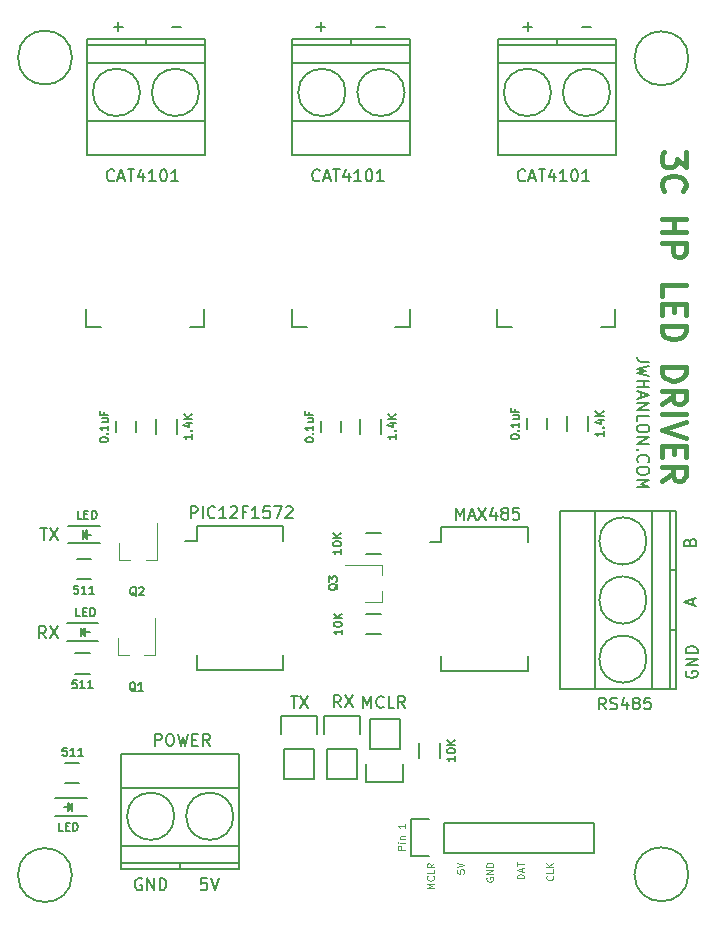
<source format=gbr>
G04 #@! TF.FileFunction,Legend,Top*
%FSLAX46Y46*%
G04 Gerber Fmt 4.6, Leading zero omitted, Abs format (unit mm)*
G04 Created by KiCad (PCBNEW 4.0.6) date Sunday, 24 September 2017 'AMt' 11:09:54*
%MOMM*%
%LPD*%
G01*
G04 APERTURE LIST*
%ADD10C,0.100000*%
%ADD11C,0.180000*%
%ADD12C,0.175000*%
%ADD13C,0.400000*%
%ADD14C,0.150000*%
%ADD15C,0.120000*%
G04 APERTURE END LIST*
D10*
D11*
X140489276Y-89504781D02*
X140489276Y-88504781D01*
X140870229Y-88504781D01*
X140965467Y-88552400D01*
X141013086Y-88600019D01*
X141060705Y-88695257D01*
X141060705Y-88838114D01*
X141013086Y-88933352D01*
X140965467Y-88980971D01*
X140870229Y-89028590D01*
X140489276Y-89028590D01*
X141679752Y-88504781D02*
X141870229Y-88504781D01*
X141965467Y-88552400D01*
X142060705Y-88647638D01*
X142108324Y-88838114D01*
X142108324Y-89171448D01*
X142060705Y-89361924D01*
X141965467Y-89457162D01*
X141870229Y-89504781D01*
X141679752Y-89504781D01*
X141584514Y-89457162D01*
X141489276Y-89361924D01*
X141441657Y-89171448D01*
X141441657Y-88838114D01*
X141489276Y-88647638D01*
X141584514Y-88552400D01*
X141679752Y-88504781D01*
X142441657Y-88504781D02*
X142679752Y-89504781D01*
X142870229Y-88790495D01*
X143060705Y-89504781D01*
X143298800Y-88504781D01*
X143679752Y-88980971D02*
X144013086Y-88980971D01*
X144155943Y-89504781D02*
X143679752Y-89504781D01*
X143679752Y-88504781D01*
X144155943Y-88504781D01*
X145155943Y-89504781D02*
X144822609Y-89028590D01*
X144584514Y-89504781D02*
X144584514Y-88504781D01*
X144965467Y-88504781D01*
X145060705Y-88552400D01*
X145108324Y-88600019D01*
X145155943Y-88695257D01*
X145155943Y-88838114D01*
X145108324Y-88933352D01*
X145060705Y-88980971D01*
X144965467Y-89028590D01*
X144584514Y-89028590D01*
D12*
X182348119Y-56976025D02*
X181633833Y-56976025D01*
X181490976Y-56928405D01*
X181395738Y-56833167D01*
X181348119Y-56690310D01*
X181348119Y-56595072D01*
X182348119Y-57356977D02*
X181348119Y-57595072D01*
X182062405Y-57785549D01*
X181348119Y-57976025D01*
X182348119Y-58214120D01*
X181348119Y-58595072D02*
X182348119Y-58595072D01*
X181871929Y-58595072D02*
X181871929Y-59166501D01*
X181348119Y-59166501D02*
X182348119Y-59166501D01*
X181633833Y-59595072D02*
X181633833Y-60071263D01*
X181348119Y-59499834D02*
X182348119Y-59833167D01*
X181348119Y-60166501D01*
X181348119Y-60499834D02*
X182348119Y-60499834D01*
X181348119Y-61071263D01*
X182348119Y-61071263D01*
X181348119Y-62023644D02*
X181348119Y-61547453D01*
X182348119Y-61547453D01*
X182348119Y-62547453D02*
X182348119Y-62737930D01*
X182300500Y-62833168D01*
X182205262Y-62928406D01*
X182014786Y-62976025D01*
X181681452Y-62976025D01*
X181490976Y-62928406D01*
X181395738Y-62833168D01*
X181348119Y-62737930D01*
X181348119Y-62547453D01*
X181395738Y-62452215D01*
X181490976Y-62356977D01*
X181681452Y-62309358D01*
X182014786Y-62309358D01*
X182205262Y-62356977D01*
X182300500Y-62452215D01*
X182348119Y-62547453D01*
X181348119Y-63404596D02*
X182348119Y-63404596D01*
X181348119Y-63976025D01*
X182348119Y-63976025D01*
X181443357Y-64452215D02*
X181395738Y-64499834D01*
X181348119Y-64452215D01*
X181395738Y-64404596D01*
X181443357Y-64452215D01*
X181348119Y-64452215D01*
X181443357Y-65499834D02*
X181395738Y-65452215D01*
X181348119Y-65309358D01*
X181348119Y-65214120D01*
X181395738Y-65071262D01*
X181490976Y-64976024D01*
X181586214Y-64928405D01*
X181776690Y-64880786D01*
X181919548Y-64880786D01*
X182110024Y-64928405D01*
X182205262Y-64976024D01*
X182300500Y-65071262D01*
X182348119Y-65214120D01*
X182348119Y-65309358D01*
X182300500Y-65452215D01*
X182252881Y-65499834D01*
X182348119Y-66118881D02*
X182348119Y-66309358D01*
X182300500Y-66404596D01*
X182205262Y-66499834D01*
X182014786Y-66547453D01*
X181681452Y-66547453D01*
X181490976Y-66499834D01*
X181395738Y-66404596D01*
X181348119Y-66309358D01*
X181348119Y-66118881D01*
X181395738Y-66023643D01*
X181490976Y-65928405D01*
X181681452Y-65880786D01*
X182014786Y-65880786D01*
X182205262Y-65928405D01*
X182300500Y-66023643D01*
X182348119Y-66118881D01*
X181348119Y-66976024D02*
X182348119Y-66976024D01*
X181633833Y-67309358D01*
X182348119Y-67642691D01*
X181348119Y-67642691D01*
D13*
X185435738Y-39260618D02*
X185435738Y-40498714D01*
X184673833Y-39832047D01*
X184673833Y-40117761D01*
X184578595Y-40308237D01*
X184483357Y-40403475D01*
X184292881Y-40498714D01*
X183816690Y-40498714D01*
X183626214Y-40403475D01*
X183530976Y-40308237D01*
X183435738Y-40117761D01*
X183435738Y-39546333D01*
X183530976Y-39355856D01*
X183626214Y-39260618D01*
X183626214Y-42498714D02*
X183530976Y-42403476D01*
X183435738Y-42117761D01*
X183435738Y-41927285D01*
X183530976Y-41641571D01*
X183721452Y-41451095D01*
X183911929Y-41355856D01*
X184292881Y-41260618D01*
X184578595Y-41260618D01*
X184959548Y-41355856D01*
X185150024Y-41451095D01*
X185340500Y-41641571D01*
X185435738Y-41927285D01*
X185435738Y-42117761D01*
X185340500Y-42403476D01*
X185245262Y-42498714D01*
X183435738Y-44879666D02*
X185435738Y-44879666D01*
X184483357Y-44879666D02*
X184483357Y-46022524D01*
X183435738Y-46022524D02*
X185435738Y-46022524D01*
X183435738Y-46974904D02*
X185435738Y-46974904D01*
X185435738Y-47736809D01*
X185340500Y-47927285D01*
X185245262Y-48022524D01*
X185054786Y-48117762D01*
X184769071Y-48117762D01*
X184578595Y-48022524D01*
X184483357Y-47927285D01*
X184388119Y-47736809D01*
X184388119Y-46974904D01*
X183435738Y-51451095D02*
X183435738Y-50498714D01*
X185435738Y-50498714D01*
X184483357Y-52117762D02*
X184483357Y-52784429D01*
X183435738Y-53070143D02*
X183435738Y-52117762D01*
X185435738Y-52117762D01*
X185435738Y-53070143D01*
X183435738Y-53927286D02*
X185435738Y-53927286D01*
X185435738Y-54403477D01*
X185340500Y-54689191D01*
X185150024Y-54879667D01*
X184959548Y-54974906D01*
X184578595Y-55070144D01*
X184292881Y-55070144D01*
X183911929Y-54974906D01*
X183721452Y-54879667D01*
X183530976Y-54689191D01*
X183435738Y-54403477D01*
X183435738Y-53927286D01*
X183435738Y-57451096D02*
X185435738Y-57451096D01*
X185435738Y-57927287D01*
X185340500Y-58213001D01*
X185150024Y-58403477D01*
X184959548Y-58498716D01*
X184578595Y-58593954D01*
X184292881Y-58593954D01*
X183911929Y-58498716D01*
X183721452Y-58403477D01*
X183530976Y-58213001D01*
X183435738Y-57927287D01*
X183435738Y-57451096D01*
X183435738Y-60593954D02*
X184388119Y-59927287D01*
X183435738Y-59451096D02*
X185435738Y-59451096D01*
X185435738Y-60213001D01*
X185340500Y-60403477D01*
X185245262Y-60498716D01*
X185054786Y-60593954D01*
X184769071Y-60593954D01*
X184578595Y-60498716D01*
X184483357Y-60403477D01*
X184388119Y-60213001D01*
X184388119Y-59451096D01*
X183435738Y-61451096D02*
X185435738Y-61451096D01*
X185435738Y-62117763D02*
X183435738Y-62784430D01*
X185435738Y-63451097D01*
X184483357Y-64117763D02*
X184483357Y-64784430D01*
X183435738Y-65070144D02*
X183435738Y-64117763D01*
X185435738Y-64117763D01*
X185435738Y-65070144D01*
X183435738Y-67070145D02*
X184388119Y-66403478D01*
X183435738Y-65927287D02*
X185435738Y-65927287D01*
X185435738Y-66689192D01*
X185340500Y-66879668D01*
X185245262Y-66974907D01*
X185054786Y-67070145D01*
X184769071Y-67070145D01*
X184578595Y-66974907D01*
X184483357Y-66879668D01*
X184388119Y-66689192D01*
X184388119Y-65927287D01*
D11*
X130810095Y-71080381D02*
X131381524Y-71080381D01*
X131095809Y-72080381D02*
X131095809Y-71080381D01*
X131619619Y-71080381D02*
X132286286Y-72080381D01*
X132286286Y-71080381D02*
X131619619Y-72080381D01*
X131278334Y-80398881D02*
X130945000Y-79922690D01*
X130706905Y-80398881D02*
X130706905Y-79398881D01*
X131087858Y-79398881D01*
X131183096Y-79446500D01*
X131230715Y-79494119D01*
X131278334Y-79589357D01*
X131278334Y-79732214D01*
X131230715Y-79827452D01*
X131183096Y-79875071D01*
X131087858Y-79922690D01*
X130706905Y-79922690D01*
X131611667Y-79398881D02*
X132278334Y-80398881D01*
X132278334Y-79398881D02*
X131611667Y-80398881D01*
X143542286Y-70238881D02*
X143542286Y-69238881D01*
X143923239Y-69238881D01*
X144018477Y-69286500D01*
X144066096Y-69334119D01*
X144113715Y-69429357D01*
X144113715Y-69572214D01*
X144066096Y-69667452D01*
X144018477Y-69715071D01*
X143923239Y-69762690D01*
X143542286Y-69762690D01*
X144542286Y-70238881D02*
X144542286Y-69238881D01*
X145589905Y-70143643D02*
X145542286Y-70191262D01*
X145399429Y-70238881D01*
X145304191Y-70238881D01*
X145161333Y-70191262D01*
X145066095Y-70096024D01*
X145018476Y-70000786D01*
X144970857Y-69810310D01*
X144970857Y-69667452D01*
X145018476Y-69476976D01*
X145066095Y-69381738D01*
X145161333Y-69286500D01*
X145304191Y-69238881D01*
X145399429Y-69238881D01*
X145542286Y-69286500D01*
X145589905Y-69334119D01*
X146542286Y-70238881D02*
X145970857Y-70238881D01*
X146256571Y-70238881D02*
X146256571Y-69238881D01*
X146161333Y-69381738D01*
X146066095Y-69476976D01*
X145970857Y-69524595D01*
X146923238Y-69334119D02*
X146970857Y-69286500D01*
X147066095Y-69238881D01*
X147304191Y-69238881D01*
X147399429Y-69286500D01*
X147447048Y-69334119D01*
X147494667Y-69429357D01*
X147494667Y-69524595D01*
X147447048Y-69667452D01*
X146875619Y-70238881D01*
X147494667Y-70238881D01*
X148256572Y-69715071D02*
X147923238Y-69715071D01*
X147923238Y-70238881D02*
X147923238Y-69238881D01*
X148399429Y-69238881D01*
X149304191Y-70238881D02*
X148732762Y-70238881D01*
X149018476Y-70238881D02*
X149018476Y-69238881D01*
X148923238Y-69381738D01*
X148828000Y-69476976D01*
X148732762Y-69524595D01*
X150208953Y-69238881D02*
X149732762Y-69238881D01*
X149685143Y-69715071D01*
X149732762Y-69667452D01*
X149828000Y-69619833D01*
X150066096Y-69619833D01*
X150161334Y-69667452D01*
X150208953Y-69715071D01*
X150256572Y-69810310D01*
X150256572Y-70048405D01*
X150208953Y-70143643D01*
X150161334Y-70191262D01*
X150066096Y-70238881D01*
X149828000Y-70238881D01*
X149732762Y-70191262D01*
X149685143Y-70143643D01*
X150589905Y-69238881D02*
X151256572Y-69238881D01*
X150828000Y-70238881D01*
X151589905Y-69334119D02*
X151637524Y-69286500D01*
X151732762Y-69238881D01*
X151970858Y-69238881D01*
X152066096Y-69286500D01*
X152113715Y-69334119D01*
X152161334Y-69429357D01*
X152161334Y-69524595D01*
X152113715Y-69667452D01*
X151542286Y-70238881D01*
X152161334Y-70238881D01*
X165989333Y-70365881D02*
X165989333Y-69365881D01*
X166322667Y-70080167D01*
X166656000Y-69365881D01*
X166656000Y-70365881D01*
X167084571Y-70080167D02*
X167560762Y-70080167D01*
X166989333Y-70365881D02*
X167322666Y-69365881D01*
X167656000Y-70365881D01*
X167894095Y-69365881D02*
X168560762Y-70365881D01*
X168560762Y-69365881D02*
X167894095Y-70365881D01*
X169370286Y-69699214D02*
X169370286Y-70365881D01*
X169132190Y-69318262D02*
X168894095Y-70032548D01*
X169513143Y-70032548D01*
X170036952Y-69794452D02*
X169941714Y-69746833D01*
X169894095Y-69699214D01*
X169846476Y-69603976D01*
X169846476Y-69556357D01*
X169894095Y-69461119D01*
X169941714Y-69413500D01*
X170036952Y-69365881D01*
X170227429Y-69365881D01*
X170322667Y-69413500D01*
X170370286Y-69461119D01*
X170417905Y-69556357D01*
X170417905Y-69603976D01*
X170370286Y-69699214D01*
X170322667Y-69746833D01*
X170227429Y-69794452D01*
X170036952Y-69794452D01*
X169941714Y-69842071D01*
X169894095Y-69889690D01*
X169846476Y-69984929D01*
X169846476Y-70175405D01*
X169894095Y-70270643D01*
X169941714Y-70318262D01*
X170036952Y-70365881D01*
X170227429Y-70365881D01*
X170322667Y-70318262D01*
X170370286Y-70270643D01*
X170417905Y-70175405D01*
X170417905Y-69984929D01*
X170370286Y-69889690D01*
X170322667Y-69842071D01*
X170227429Y-69794452D01*
X171322667Y-69365881D02*
X170846476Y-69365881D01*
X170798857Y-69842071D01*
X170846476Y-69794452D01*
X170941714Y-69746833D01*
X171179810Y-69746833D01*
X171275048Y-69794452D01*
X171322667Y-69842071D01*
X171370286Y-69937310D01*
X171370286Y-70175405D01*
X171322667Y-70270643D01*
X171275048Y-70318262D01*
X171179810Y-70365881D01*
X170941714Y-70365881D01*
X170846476Y-70318262D01*
X170798857Y-70270643D01*
X178681262Y-86431381D02*
X178347928Y-85955190D01*
X178109833Y-86431381D02*
X178109833Y-85431381D01*
X178490786Y-85431381D01*
X178586024Y-85479000D01*
X178633643Y-85526619D01*
X178681262Y-85621857D01*
X178681262Y-85764714D01*
X178633643Y-85859952D01*
X178586024Y-85907571D01*
X178490786Y-85955190D01*
X178109833Y-85955190D01*
X179062214Y-86383762D02*
X179205071Y-86431381D01*
X179443167Y-86431381D01*
X179538405Y-86383762D01*
X179586024Y-86336143D01*
X179633643Y-86240905D01*
X179633643Y-86145667D01*
X179586024Y-86050429D01*
X179538405Y-86002810D01*
X179443167Y-85955190D01*
X179252690Y-85907571D01*
X179157452Y-85859952D01*
X179109833Y-85812333D01*
X179062214Y-85717095D01*
X179062214Y-85621857D01*
X179109833Y-85526619D01*
X179157452Y-85479000D01*
X179252690Y-85431381D01*
X179490786Y-85431381D01*
X179633643Y-85479000D01*
X180490786Y-85764714D02*
X180490786Y-86431381D01*
X180252690Y-85383762D02*
X180014595Y-86098048D01*
X180633643Y-86098048D01*
X181157452Y-85859952D02*
X181062214Y-85812333D01*
X181014595Y-85764714D01*
X180966976Y-85669476D01*
X180966976Y-85621857D01*
X181014595Y-85526619D01*
X181062214Y-85479000D01*
X181157452Y-85431381D01*
X181347929Y-85431381D01*
X181443167Y-85479000D01*
X181490786Y-85526619D01*
X181538405Y-85621857D01*
X181538405Y-85669476D01*
X181490786Y-85764714D01*
X181443167Y-85812333D01*
X181347929Y-85859952D01*
X181157452Y-85859952D01*
X181062214Y-85907571D01*
X181014595Y-85955190D01*
X180966976Y-86050429D01*
X180966976Y-86240905D01*
X181014595Y-86336143D01*
X181062214Y-86383762D01*
X181157452Y-86431381D01*
X181347929Y-86431381D01*
X181443167Y-86383762D01*
X181490786Y-86336143D01*
X181538405Y-86240905D01*
X181538405Y-86050429D01*
X181490786Y-85955190D01*
X181443167Y-85907571D01*
X181347929Y-85859952D01*
X182443167Y-85431381D02*
X181966976Y-85431381D01*
X181919357Y-85907571D01*
X181966976Y-85859952D01*
X182062214Y-85812333D01*
X182300310Y-85812333D01*
X182395548Y-85859952D01*
X182443167Y-85907571D01*
X182490786Y-86002810D01*
X182490786Y-86240905D01*
X182443167Y-86336143D01*
X182395548Y-86383762D01*
X182300310Y-86431381D01*
X182062214Y-86431381D01*
X181966976Y-86383762D01*
X181919357Y-86336143D01*
D10*
X161663029Y-98316914D02*
X161063029Y-98316914D01*
X161063029Y-98088342D01*
X161091600Y-98031200D01*
X161120171Y-98002628D01*
X161177314Y-97974057D01*
X161263029Y-97974057D01*
X161320171Y-98002628D01*
X161348743Y-98031200D01*
X161377314Y-98088342D01*
X161377314Y-98316914D01*
X161663029Y-97716914D02*
X161263029Y-97716914D01*
X161063029Y-97716914D02*
X161091600Y-97745485D01*
X161120171Y-97716914D01*
X161091600Y-97688342D01*
X161063029Y-97716914D01*
X161120171Y-97716914D01*
X161263029Y-97431200D02*
X161663029Y-97431200D01*
X161320171Y-97431200D02*
X161291600Y-97402628D01*
X161263029Y-97345486D01*
X161263029Y-97259771D01*
X161291600Y-97202628D01*
X161348743Y-97174057D01*
X161663029Y-97174057D01*
X161663029Y-96116914D02*
X161663029Y-96459771D01*
X161663029Y-96288343D02*
X161063029Y-96288343D01*
X161148743Y-96345486D01*
X161205886Y-96402628D01*
X161234457Y-96459771D01*
D11*
X185793071Y-72255071D02*
X185840690Y-72112214D01*
X185888310Y-72064595D01*
X185983548Y-72016976D01*
X186126405Y-72016976D01*
X186221643Y-72064595D01*
X186269262Y-72112214D01*
X186316881Y-72207452D01*
X186316881Y-72588405D01*
X185316881Y-72588405D01*
X185316881Y-72255071D01*
X185364500Y-72159833D01*
X185412119Y-72112214D01*
X185507357Y-72064595D01*
X185602595Y-72064595D01*
X185697833Y-72112214D01*
X185745452Y-72159833D01*
X185793071Y-72255071D01*
X185793071Y-72588405D01*
X186031167Y-77581095D02*
X186031167Y-77104904D01*
X186316881Y-77676333D02*
X185316881Y-77343000D01*
X186316881Y-77009666D01*
X185491500Y-83184904D02*
X185443881Y-83280142D01*
X185443881Y-83422999D01*
X185491500Y-83565857D01*
X185586738Y-83661095D01*
X185681976Y-83708714D01*
X185872452Y-83756333D01*
X186015310Y-83756333D01*
X186205786Y-83708714D01*
X186301024Y-83661095D01*
X186396262Y-83565857D01*
X186443881Y-83422999D01*
X186443881Y-83327761D01*
X186396262Y-83184904D01*
X186348643Y-83137285D01*
X186015310Y-83137285D01*
X186015310Y-83327761D01*
X186443881Y-82708714D02*
X185443881Y-82708714D01*
X186443881Y-82137285D01*
X185443881Y-82137285D01*
X186443881Y-81661095D02*
X185443881Y-81661095D01*
X185443881Y-81423000D01*
X185491500Y-81280142D01*
X185586738Y-81184904D01*
X185681976Y-81137285D01*
X185872452Y-81089666D01*
X186015310Y-81089666D01*
X186205786Y-81137285D01*
X186301024Y-81184904D01*
X186396262Y-81280142D01*
X186443881Y-81423000D01*
X186443881Y-81661095D01*
X171704048Y-28646429D02*
X172465953Y-28646429D01*
X172085001Y-29027381D02*
X172085001Y-28265476D01*
X137033048Y-28646429D02*
X137794953Y-28646429D01*
X137414001Y-29027381D02*
X137414001Y-28265476D01*
X141986048Y-28646429D02*
X142747953Y-28646429D01*
X176657048Y-28646429D02*
X177418953Y-28646429D01*
X159258048Y-28646429D02*
X160019953Y-28646429D01*
X154178048Y-28646429D02*
X154939953Y-28646429D01*
X154559001Y-29027381D02*
X154559001Y-28265476D01*
X139382596Y-100782500D02*
X139287358Y-100734881D01*
X139144501Y-100734881D01*
X139001643Y-100782500D01*
X138906405Y-100877738D01*
X138858786Y-100972976D01*
X138811167Y-101163452D01*
X138811167Y-101306310D01*
X138858786Y-101496786D01*
X138906405Y-101592024D01*
X139001643Y-101687262D01*
X139144501Y-101734881D01*
X139239739Y-101734881D01*
X139382596Y-101687262D01*
X139430215Y-101639643D01*
X139430215Y-101306310D01*
X139239739Y-101306310D01*
X139858786Y-101734881D02*
X139858786Y-100734881D01*
X140430215Y-101734881D01*
X140430215Y-100734881D01*
X140906405Y-101734881D02*
X140906405Y-100734881D01*
X141144500Y-100734881D01*
X141287358Y-100782500D01*
X141382596Y-100877738D01*
X141430215Y-100972976D01*
X141477834Y-101163452D01*
X141477834Y-101306310D01*
X141430215Y-101496786D01*
X141382596Y-101592024D01*
X141287358Y-101687262D01*
X141144500Y-101734881D01*
X140906405Y-101734881D01*
X144907024Y-100734881D02*
X144430833Y-100734881D01*
X144383214Y-101211071D01*
X144430833Y-101163452D01*
X144526071Y-101115833D01*
X144764167Y-101115833D01*
X144859405Y-101163452D01*
X144907024Y-101211071D01*
X144954643Y-101306310D01*
X144954643Y-101544405D01*
X144907024Y-101639643D01*
X144859405Y-101687262D01*
X144764167Y-101734881D01*
X144526071Y-101734881D01*
X144430833Y-101687262D01*
X144383214Y-101639643D01*
X145240357Y-100734881D02*
X145573690Y-101734881D01*
X145907024Y-100734881D01*
D10*
X164139529Y-101576057D02*
X163539529Y-101576057D01*
X163968100Y-101376057D01*
X163539529Y-101176057D01*
X164139529Y-101176057D01*
X164082386Y-100547486D02*
X164110957Y-100576057D01*
X164139529Y-100661771D01*
X164139529Y-100718914D01*
X164110957Y-100804629D01*
X164053814Y-100861771D01*
X163996671Y-100890343D01*
X163882386Y-100918914D01*
X163796671Y-100918914D01*
X163682386Y-100890343D01*
X163625243Y-100861771D01*
X163568100Y-100804629D01*
X163539529Y-100718914D01*
X163539529Y-100661771D01*
X163568100Y-100576057D01*
X163596671Y-100547486D01*
X164139529Y-100004629D02*
X164139529Y-100290343D01*
X163539529Y-100290343D01*
X164139529Y-99461772D02*
X163853814Y-99661772D01*
X164139529Y-99804629D02*
X163539529Y-99804629D01*
X163539529Y-99576057D01*
X163568100Y-99518915D01*
X163596671Y-99490343D01*
X163653814Y-99461772D01*
X163739529Y-99461772D01*
X163796671Y-99490343D01*
X163825243Y-99518915D01*
X163853814Y-99576057D01*
X163853814Y-99804629D01*
X171759529Y-100731557D02*
X171159529Y-100731557D01*
X171159529Y-100588700D01*
X171188100Y-100502985D01*
X171245243Y-100445843D01*
X171302386Y-100417271D01*
X171416671Y-100388700D01*
X171502386Y-100388700D01*
X171616671Y-100417271D01*
X171673814Y-100445843D01*
X171730957Y-100502985D01*
X171759529Y-100588700D01*
X171759529Y-100731557D01*
X171588100Y-100160128D02*
X171588100Y-99874414D01*
X171759529Y-100217271D02*
X171159529Y-100017271D01*
X171759529Y-99817271D01*
X171159529Y-99702985D02*
X171159529Y-99360128D01*
X171759529Y-99531557D02*
X171159529Y-99531557D01*
X174178886Y-100509343D02*
X174207457Y-100537914D01*
X174236029Y-100623628D01*
X174236029Y-100680771D01*
X174207457Y-100766486D01*
X174150314Y-100823628D01*
X174093171Y-100852200D01*
X173978886Y-100880771D01*
X173893171Y-100880771D01*
X173778886Y-100852200D01*
X173721743Y-100823628D01*
X173664600Y-100766486D01*
X173636029Y-100680771D01*
X173636029Y-100623628D01*
X173664600Y-100537914D01*
X173693171Y-100509343D01*
X174236029Y-99966486D02*
X174236029Y-100252200D01*
X173636029Y-100252200D01*
X174236029Y-99766486D02*
X173636029Y-99766486D01*
X174236029Y-99423629D02*
X173893171Y-99680772D01*
X173636029Y-99423629D02*
X173978886Y-99766486D01*
X168584600Y-100672842D02*
X168556029Y-100729985D01*
X168556029Y-100815699D01*
X168584600Y-100901414D01*
X168641743Y-100958556D01*
X168698886Y-100987128D01*
X168813171Y-101015699D01*
X168898886Y-101015699D01*
X169013171Y-100987128D01*
X169070314Y-100958556D01*
X169127457Y-100901414D01*
X169156029Y-100815699D01*
X169156029Y-100758556D01*
X169127457Y-100672842D01*
X169098886Y-100644271D01*
X168898886Y-100644271D01*
X168898886Y-100758556D01*
X169156029Y-100387128D02*
X168556029Y-100387128D01*
X169156029Y-100044271D01*
X168556029Y-100044271D01*
X169156029Y-99758557D02*
X168556029Y-99758557D01*
X168556029Y-99615700D01*
X168584600Y-99529985D01*
X168641743Y-99472843D01*
X168698886Y-99444271D01*
X168813171Y-99415700D01*
X168898886Y-99415700D01*
X169013171Y-99444271D01*
X169070314Y-99472843D01*
X169127457Y-99529985D01*
X169156029Y-99615700D01*
X169156029Y-99758557D01*
X166079529Y-100012486D02*
X166079529Y-100298200D01*
X166365243Y-100326771D01*
X166336671Y-100298200D01*
X166308100Y-100241057D01*
X166308100Y-100098200D01*
X166336671Y-100041057D01*
X166365243Y-100012486D01*
X166422386Y-99983914D01*
X166565243Y-99983914D01*
X166622386Y-100012486D01*
X166650957Y-100041057D01*
X166679529Y-100098200D01*
X166679529Y-100241057D01*
X166650957Y-100298200D01*
X166622386Y-100326771D01*
X166079529Y-99812485D02*
X166679529Y-99612485D01*
X166079529Y-99412485D01*
D14*
X133477000Y-31242000D02*
G75*
G03X133477000Y-31242000I-2286000J0D01*
G01*
X185674000Y-31305500D02*
G75*
G03X185674000Y-31305500I-2286000J0D01*
G01*
X133477000Y-100457000D02*
G75*
G03X133477000Y-100457000I-2286000J0D01*
G01*
X174538000Y-30190000D02*
X174538000Y-29690000D01*
X174038000Y-34190000D02*
G75*
G03X174038000Y-34190000I-2000000J0D01*
G01*
X179038000Y-34190000D02*
G75*
G03X179038000Y-34190000I-2000000J0D01*
G01*
X179538000Y-31690000D02*
X169538000Y-31690000D01*
X179538000Y-36590000D02*
X169538000Y-36590000D01*
X179538000Y-30190000D02*
X169538000Y-30190000D01*
X179538000Y-29690000D02*
X169538000Y-29690000D01*
X169538000Y-29690000D02*
X169538000Y-39490000D01*
X169538000Y-39490000D02*
X179538000Y-39490000D01*
X179538000Y-39490000D02*
X179538000Y-29690000D01*
X165011100Y-96024700D02*
X177711100Y-96024700D01*
X177711100Y-96024700D02*
X177711100Y-98564700D01*
X177711100Y-98564700D02*
X165011100Y-98564700D01*
X162191100Y-95744700D02*
X163741100Y-95744700D01*
X165011100Y-96024700D02*
X165011100Y-98564700D01*
X163741100Y-98844700D02*
X162191100Y-98844700D01*
X162191100Y-98844700D02*
X162191100Y-95744700D01*
X157139000Y-30190000D02*
X157139000Y-29690000D01*
X156639000Y-34190000D02*
G75*
G03X156639000Y-34190000I-2000000J0D01*
G01*
X161639000Y-34190000D02*
G75*
G03X161639000Y-34190000I-2000000J0D01*
G01*
X162139000Y-31690000D02*
X152139000Y-31690000D01*
X162139000Y-36590000D02*
X152139000Y-36590000D01*
X162139000Y-30190000D02*
X152139000Y-30190000D01*
X162139000Y-29690000D02*
X152139000Y-29690000D01*
X152139000Y-29690000D02*
X152139000Y-39490000D01*
X152139000Y-39490000D02*
X162139000Y-39490000D01*
X162139000Y-39490000D02*
X162139000Y-29690000D01*
X139740000Y-30190000D02*
X139740000Y-29690000D01*
X139240000Y-34190000D02*
G75*
G03X139240000Y-34190000I-2000000J0D01*
G01*
X144240000Y-34190000D02*
G75*
G03X144240000Y-34190000I-2000000J0D01*
G01*
X144740000Y-31690000D02*
X134740000Y-31690000D01*
X144740000Y-36590000D02*
X134740000Y-36590000D01*
X144740000Y-30190000D02*
X134740000Y-30190000D01*
X144740000Y-29690000D02*
X134740000Y-29690000D01*
X134740000Y-29690000D02*
X134740000Y-39490000D01*
X134740000Y-39490000D02*
X144740000Y-39490000D01*
X144740000Y-39490000D02*
X144740000Y-29690000D01*
X142644500Y-99477000D02*
X142644500Y-99977000D01*
X147144500Y-95477000D02*
G75*
G03X147144500Y-95477000I-2000000J0D01*
G01*
X142144500Y-95477000D02*
G75*
G03X142144500Y-95477000I-2000000J0D01*
G01*
X137644500Y-97977000D02*
X147644500Y-97977000D01*
X137644500Y-93077000D02*
X147644500Y-93077000D01*
X137644500Y-99477000D02*
X147644500Y-99477000D01*
X137644500Y-99977000D02*
X147644500Y-99977000D01*
X147644500Y-99977000D02*
X147644500Y-90177000D01*
X147644500Y-90177000D02*
X137644500Y-90177000D01*
X137644500Y-90177000D02*
X137644500Y-99977000D01*
X144026000Y-70920500D02*
X144026000Y-72190500D01*
X151376000Y-70920500D02*
X151376000Y-72190500D01*
X151376000Y-83130500D02*
X151376000Y-81860500D01*
X144026000Y-83130500D02*
X144026000Y-81860500D01*
X144026000Y-70920500D02*
X151376000Y-70920500D01*
X144026000Y-83130500D02*
X151376000Y-83130500D01*
X144026000Y-72190500D02*
X143091000Y-72190500D01*
X164727000Y-70984000D02*
X164727000Y-72254000D01*
X172077000Y-70984000D02*
X172077000Y-72254000D01*
X172077000Y-83194000D02*
X172077000Y-81924000D01*
X164727000Y-83194000D02*
X164727000Y-81924000D01*
X164727000Y-70984000D02*
X172077000Y-70984000D01*
X164727000Y-83194000D02*
X172077000Y-83194000D01*
X164727000Y-72254000D02*
X163792000Y-72254000D01*
X154598000Y-61984000D02*
X154598000Y-62984000D01*
X156298000Y-62984000D02*
X156298000Y-61984000D01*
X171997000Y-61730000D02*
X171997000Y-62730000D01*
X173697000Y-62730000D02*
X173697000Y-61730000D01*
X137199000Y-61984000D02*
X137199000Y-62984000D01*
X138899000Y-62984000D02*
X138899000Y-61984000D01*
X175401000Y-62830000D02*
X175401000Y-61630000D01*
X177151000Y-61630000D02*
X177151000Y-62830000D01*
X157875000Y-63084000D02*
X157875000Y-61884000D01*
X159625000Y-61884000D02*
X159625000Y-63084000D01*
X140603000Y-63084000D02*
X140603000Y-61884000D01*
X142353000Y-61884000D02*
X142353000Y-63084000D01*
X185674000Y-100393500D02*
G75*
G03X185674000Y-100393500I-2286000J0D01*
G01*
X133147000Y-72378000D02*
X135847000Y-72378000D01*
X133147000Y-70878000D02*
X135847000Y-70878000D01*
X134647000Y-71778000D02*
X134647000Y-71528000D01*
X134647000Y-71528000D02*
X134497000Y-71678000D01*
X134397000Y-71278000D02*
X134397000Y-71978000D01*
X134747000Y-71628000D02*
X135097000Y-71628000D01*
X134397000Y-71628000D02*
X134747000Y-71278000D01*
X134747000Y-71278000D02*
X134747000Y-71978000D01*
X134747000Y-71978000D02*
X134397000Y-71628000D01*
D15*
X137358000Y-81849500D02*
X138288000Y-81849500D01*
X140518000Y-81849500D02*
X139588000Y-81849500D01*
X140518000Y-81849500D02*
X140518000Y-78689500D01*
X137358000Y-81849500D02*
X137358000Y-80389500D01*
X137485000Y-73785000D02*
X138415000Y-73785000D01*
X140645000Y-73785000D02*
X139715000Y-73785000D01*
X140645000Y-73785000D02*
X140645000Y-70625000D01*
X137485000Y-73785000D02*
X137485000Y-72325000D01*
X159764000Y-77322800D02*
X159764000Y-76392800D01*
X159764000Y-74162800D02*
X159764000Y-75092800D01*
X159764000Y-74162800D02*
X156604000Y-74162800D01*
X159764000Y-77322800D02*
X158304000Y-77322800D01*
D14*
X164641500Y-89316000D02*
X164641500Y-90516000D01*
X162891500Y-90516000D02*
X162891500Y-89316000D01*
X159604000Y-80072200D02*
X158404000Y-80072200D01*
X158404000Y-78322200D02*
X159604000Y-78322200D01*
X159604000Y-73265000D02*
X158404000Y-73265000D01*
X158404000Y-71515000D02*
X159604000Y-71515000D01*
X133766000Y-81675000D02*
X134966000Y-81675000D01*
X134966000Y-83425000D02*
X133766000Y-83425000D01*
X133893000Y-73674000D02*
X135093000Y-73674000D01*
X135093000Y-75424000D02*
X133893000Y-75424000D01*
X132877000Y-90946000D02*
X134077000Y-90946000D01*
X134077000Y-92696000D02*
X132877000Y-92696000D01*
X133020000Y-80633000D02*
X135720000Y-80633000D01*
X133020000Y-79133000D02*
X135720000Y-79133000D01*
X134520000Y-80033000D02*
X134520000Y-79783000D01*
X134520000Y-79783000D02*
X134370000Y-79933000D01*
X134270000Y-79533000D02*
X134270000Y-80233000D01*
X134620000Y-79883000D02*
X134970000Y-79883000D01*
X134270000Y-79883000D02*
X134620000Y-79533000D01*
X134620000Y-79533000D02*
X134620000Y-80233000D01*
X134620000Y-80233000D02*
X134270000Y-79883000D01*
X134759500Y-93928500D02*
X132059500Y-93928500D01*
X134759500Y-95428500D02*
X132059500Y-95428500D01*
X133259500Y-94528500D02*
X133259500Y-94778500D01*
X133259500Y-94778500D02*
X133409500Y-94628500D01*
X133509500Y-95028500D02*
X133509500Y-94328500D01*
X133159500Y-94678500D02*
X132809500Y-94678500D01*
X133509500Y-94678500D02*
X133159500Y-95028500D01*
X133159500Y-95028500D02*
X133159500Y-94328500D01*
X133159500Y-94328500D02*
X133509500Y-94678500D01*
X158686500Y-89789000D02*
X158686500Y-87249000D01*
X158406500Y-92609000D02*
X158406500Y-91059000D01*
X158686500Y-89789000D02*
X161226500Y-89789000D01*
X161506500Y-91059000D02*
X161506500Y-92609000D01*
X161506500Y-92609000D02*
X158406500Y-92609000D01*
X161226500Y-89789000D02*
X161226500Y-87249000D01*
X161226500Y-87249000D02*
X158686500Y-87249000D01*
X157607000Y-89789000D02*
X157607000Y-92329000D01*
X157887000Y-86969000D02*
X157887000Y-88519000D01*
X157607000Y-89789000D02*
X155067000Y-89789000D01*
X154787000Y-88519000D02*
X154787000Y-86969000D01*
X154787000Y-86969000D02*
X157887000Y-86969000D01*
X155067000Y-89789000D02*
X155067000Y-92329000D01*
X155067000Y-92329000D02*
X157607000Y-92329000D01*
X153987500Y-89789000D02*
X153987500Y-92329000D01*
X154267500Y-86969000D02*
X154267500Y-88519000D01*
X153987500Y-89789000D02*
X151447500Y-89789000D01*
X151167500Y-88519000D02*
X151167500Y-86969000D01*
X151167500Y-86969000D02*
X154267500Y-86969000D01*
X151447500Y-89789000D02*
X151447500Y-92329000D01*
X151447500Y-92329000D02*
X153987500Y-92329000D01*
X179498000Y-54015000D02*
X178248000Y-54015000D01*
X179498000Y-54015000D02*
X179498000Y-52515000D01*
X169498000Y-54015000D02*
X169498000Y-52515000D01*
X169498000Y-54015000D02*
X170748000Y-54015000D01*
X162099000Y-54015000D02*
X160849000Y-54015000D01*
X162099000Y-54015000D02*
X162099000Y-52515000D01*
X152099000Y-54015000D02*
X152099000Y-52515000D01*
X152099000Y-54015000D02*
X153349000Y-54015000D01*
X144700000Y-54015000D02*
X143450000Y-54015000D01*
X144700000Y-54015000D02*
X144700000Y-52515000D01*
X134700000Y-54015000D02*
X134700000Y-52515000D01*
X134700000Y-54015000D02*
X135950000Y-54015000D01*
X182122500Y-72169000D02*
G75*
G03X182122500Y-72169000I-2000000J0D01*
G01*
X184122500Y-74669000D02*
X184622500Y-74669000D01*
X184122500Y-79669000D02*
X184622500Y-79669000D01*
X182122500Y-77169000D02*
G75*
G03X182122500Y-77169000I-2000000J0D01*
G01*
X182122500Y-82169000D02*
G75*
G03X182122500Y-82169000I-2000000J0D01*
G01*
X182622500Y-84669000D02*
X182622500Y-69669000D01*
X177722500Y-84669000D02*
X177722500Y-69669000D01*
X184122500Y-84669000D02*
X184122500Y-69669000D01*
X184622500Y-84669000D02*
X184622500Y-69669000D01*
X184622500Y-69669000D02*
X174822500Y-69669000D01*
X174822500Y-69669000D02*
X174822500Y-84669000D01*
X174822500Y-84669000D02*
X184622500Y-84669000D01*
X153223167Y-63634000D02*
X153223167Y-63567333D01*
X153256500Y-63500667D01*
X153289833Y-63467333D01*
X153356500Y-63434000D01*
X153489833Y-63400667D01*
X153656500Y-63400667D01*
X153789833Y-63434000D01*
X153856500Y-63467333D01*
X153889833Y-63500667D01*
X153923167Y-63567333D01*
X153923167Y-63634000D01*
X153889833Y-63700667D01*
X153856500Y-63734000D01*
X153789833Y-63767333D01*
X153656500Y-63800667D01*
X153489833Y-63800667D01*
X153356500Y-63767333D01*
X153289833Y-63734000D01*
X153256500Y-63700667D01*
X153223167Y-63634000D01*
X153856500Y-63100666D02*
X153889833Y-63067333D01*
X153923167Y-63100666D01*
X153889833Y-63134000D01*
X153856500Y-63100666D01*
X153923167Y-63100666D01*
X153923167Y-62400667D02*
X153923167Y-62800667D01*
X153923167Y-62600667D02*
X153223167Y-62600667D01*
X153323167Y-62667333D01*
X153389833Y-62734000D01*
X153423167Y-62800667D01*
X153456500Y-61800666D02*
X153923167Y-61800666D01*
X153456500Y-62100666D02*
X153823167Y-62100666D01*
X153889833Y-62067333D01*
X153923167Y-62000666D01*
X153923167Y-61900666D01*
X153889833Y-61834000D01*
X153856500Y-61800666D01*
X153556500Y-61234000D02*
X153556500Y-61467333D01*
X153923167Y-61467333D02*
X153223167Y-61467333D01*
X153223167Y-61134000D01*
X170622167Y-63380000D02*
X170622167Y-63313333D01*
X170655500Y-63246667D01*
X170688833Y-63213333D01*
X170755500Y-63180000D01*
X170888833Y-63146667D01*
X171055500Y-63146667D01*
X171188833Y-63180000D01*
X171255500Y-63213333D01*
X171288833Y-63246667D01*
X171322167Y-63313333D01*
X171322167Y-63380000D01*
X171288833Y-63446667D01*
X171255500Y-63480000D01*
X171188833Y-63513333D01*
X171055500Y-63546667D01*
X170888833Y-63546667D01*
X170755500Y-63513333D01*
X170688833Y-63480000D01*
X170655500Y-63446667D01*
X170622167Y-63380000D01*
X171255500Y-62846666D02*
X171288833Y-62813333D01*
X171322167Y-62846666D01*
X171288833Y-62880000D01*
X171255500Y-62846666D01*
X171322167Y-62846666D01*
X171322167Y-62146667D02*
X171322167Y-62546667D01*
X171322167Y-62346667D02*
X170622167Y-62346667D01*
X170722167Y-62413333D01*
X170788833Y-62480000D01*
X170822167Y-62546667D01*
X170855500Y-61546666D02*
X171322167Y-61546666D01*
X170855500Y-61846666D02*
X171222167Y-61846666D01*
X171288833Y-61813333D01*
X171322167Y-61746666D01*
X171322167Y-61646666D01*
X171288833Y-61580000D01*
X171255500Y-61546666D01*
X170955500Y-60980000D02*
X170955500Y-61213333D01*
X171322167Y-61213333D02*
X170622167Y-61213333D01*
X170622167Y-60880000D01*
X135824167Y-63634000D02*
X135824167Y-63567333D01*
X135857500Y-63500667D01*
X135890833Y-63467333D01*
X135957500Y-63434000D01*
X136090833Y-63400667D01*
X136257500Y-63400667D01*
X136390833Y-63434000D01*
X136457500Y-63467333D01*
X136490833Y-63500667D01*
X136524167Y-63567333D01*
X136524167Y-63634000D01*
X136490833Y-63700667D01*
X136457500Y-63734000D01*
X136390833Y-63767333D01*
X136257500Y-63800667D01*
X136090833Y-63800667D01*
X135957500Y-63767333D01*
X135890833Y-63734000D01*
X135857500Y-63700667D01*
X135824167Y-63634000D01*
X136457500Y-63100666D02*
X136490833Y-63067333D01*
X136524167Y-63100666D01*
X136490833Y-63134000D01*
X136457500Y-63100666D01*
X136524167Y-63100666D01*
X136524167Y-62400667D02*
X136524167Y-62800667D01*
X136524167Y-62600667D02*
X135824167Y-62600667D01*
X135924167Y-62667333D01*
X135990833Y-62734000D01*
X136024167Y-62800667D01*
X136057500Y-61800666D02*
X136524167Y-61800666D01*
X136057500Y-62100666D02*
X136424167Y-62100666D01*
X136490833Y-62067333D01*
X136524167Y-62000666D01*
X136524167Y-61900666D01*
X136490833Y-61834000D01*
X136457500Y-61800666D01*
X136157500Y-61234000D02*
X136157500Y-61467333D01*
X136524167Y-61467333D02*
X135824167Y-61467333D01*
X135824167Y-61134000D01*
X178497667Y-62880000D02*
X178497667Y-63280000D01*
X178497667Y-63080000D02*
X177797667Y-63080000D01*
X177897667Y-63146666D01*
X177964333Y-63213333D01*
X177997667Y-63280000D01*
X178431000Y-62579999D02*
X178464333Y-62546666D01*
X178497667Y-62579999D01*
X178464333Y-62613333D01*
X178431000Y-62579999D01*
X178497667Y-62579999D01*
X178031000Y-61946666D02*
X178497667Y-61946666D01*
X177764333Y-62113333D02*
X178264333Y-62280000D01*
X178264333Y-61846666D01*
X178497667Y-61579999D02*
X177797667Y-61579999D01*
X178497667Y-61179999D02*
X178097667Y-61479999D01*
X177797667Y-61179999D02*
X178197667Y-61579999D01*
X160908167Y-63134000D02*
X160908167Y-63534000D01*
X160908167Y-63334000D02*
X160208167Y-63334000D01*
X160308167Y-63400666D01*
X160374833Y-63467333D01*
X160408167Y-63534000D01*
X160841500Y-62833999D02*
X160874833Y-62800666D01*
X160908167Y-62833999D01*
X160874833Y-62867333D01*
X160841500Y-62833999D01*
X160908167Y-62833999D01*
X160441500Y-62200666D02*
X160908167Y-62200666D01*
X160174833Y-62367333D02*
X160674833Y-62534000D01*
X160674833Y-62100666D01*
X160908167Y-61833999D02*
X160208167Y-61833999D01*
X160908167Y-61433999D02*
X160508167Y-61733999D01*
X160208167Y-61433999D02*
X160608167Y-61833999D01*
X143636167Y-63134000D02*
X143636167Y-63534000D01*
X143636167Y-63334000D02*
X142936167Y-63334000D01*
X143036167Y-63400666D01*
X143102833Y-63467333D01*
X143136167Y-63534000D01*
X143569500Y-62833999D02*
X143602833Y-62800666D01*
X143636167Y-62833999D01*
X143602833Y-62867333D01*
X143569500Y-62833999D01*
X143636167Y-62833999D01*
X143169500Y-62200666D02*
X143636167Y-62200666D01*
X142902833Y-62367333D02*
X143402833Y-62534000D01*
X143402833Y-62100666D01*
X143636167Y-61833999D02*
X142936167Y-61833999D01*
X143636167Y-61433999D02*
X143236167Y-61733999D01*
X142936167Y-61433999D02*
X143336167Y-61833999D01*
X134297000Y-70293667D02*
X133963667Y-70293667D01*
X133963667Y-69593667D01*
X134530334Y-69927000D02*
X134763667Y-69927000D01*
X134863667Y-70293667D02*
X134530334Y-70293667D01*
X134530334Y-69593667D01*
X134863667Y-69593667D01*
X135163667Y-70293667D02*
X135163667Y-69593667D01*
X135330333Y-69593667D01*
X135430333Y-69627000D01*
X135497000Y-69693667D01*
X135530333Y-69760333D01*
X135563667Y-69893667D01*
X135563667Y-69993667D01*
X135530333Y-70127000D01*
X135497000Y-70193667D01*
X135430333Y-70260333D01*
X135330333Y-70293667D01*
X135163667Y-70293667D01*
X138871333Y-84901833D02*
X138804667Y-84868500D01*
X138738000Y-84801833D01*
X138638000Y-84701833D01*
X138571333Y-84668500D01*
X138504667Y-84668500D01*
X138538000Y-84835167D02*
X138471333Y-84801833D01*
X138404667Y-84735167D01*
X138371333Y-84601833D01*
X138371333Y-84368500D01*
X138404667Y-84235167D01*
X138471333Y-84168500D01*
X138538000Y-84135167D01*
X138671333Y-84135167D01*
X138738000Y-84168500D01*
X138804667Y-84235167D01*
X138838000Y-84368500D01*
X138838000Y-84601833D01*
X138804667Y-84735167D01*
X138738000Y-84801833D01*
X138671333Y-84835167D01*
X138538000Y-84835167D01*
X139504666Y-84835167D02*
X139104666Y-84835167D01*
X139304666Y-84835167D02*
X139304666Y-84135167D01*
X139238000Y-84235167D01*
X139171333Y-84301833D01*
X139104666Y-84335167D01*
X138934833Y-76837333D02*
X138868167Y-76804000D01*
X138801500Y-76737333D01*
X138701500Y-76637333D01*
X138634833Y-76604000D01*
X138568167Y-76604000D01*
X138601500Y-76770667D02*
X138534833Y-76737333D01*
X138468167Y-76670667D01*
X138434833Y-76537333D01*
X138434833Y-76304000D01*
X138468167Y-76170667D01*
X138534833Y-76104000D01*
X138601500Y-76070667D01*
X138734833Y-76070667D01*
X138801500Y-76104000D01*
X138868167Y-76170667D01*
X138901500Y-76304000D01*
X138901500Y-76537333D01*
X138868167Y-76670667D01*
X138801500Y-76737333D01*
X138734833Y-76770667D01*
X138601500Y-76770667D01*
X139168166Y-76137333D02*
X139201500Y-76104000D01*
X139268166Y-76070667D01*
X139434833Y-76070667D01*
X139501500Y-76104000D01*
X139534833Y-76137333D01*
X139568166Y-76204000D01*
X139568166Y-76270667D01*
X139534833Y-76370667D01*
X139134833Y-76770667D01*
X139568166Y-76770667D01*
X155983733Y-75809467D02*
X155950400Y-75876133D01*
X155883733Y-75942800D01*
X155783733Y-76042800D01*
X155750400Y-76109467D01*
X155750400Y-76176133D01*
X155917067Y-76142800D02*
X155883733Y-76209467D01*
X155817067Y-76276133D01*
X155683733Y-76309467D01*
X155450400Y-76309467D01*
X155317067Y-76276133D01*
X155250400Y-76209467D01*
X155217067Y-76142800D01*
X155217067Y-76009467D01*
X155250400Y-75942800D01*
X155317067Y-75876133D01*
X155450400Y-75842800D01*
X155683733Y-75842800D01*
X155817067Y-75876133D01*
X155883733Y-75942800D01*
X155917067Y-76009467D01*
X155917067Y-76142800D01*
X155217067Y-75609467D02*
X155217067Y-75176134D01*
X155483733Y-75409467D01*
X155483733Y-75309467D01*
X155517067Y-75242800D01*
X155550400Y-75209467D01*
X155617067Y-75176134D01*
X155783733Y-75176134D01*
X155850400Y-75209467D01*
X155883733Y-75242800D01*
X155917067Y-75309467D01*
X155917067Y-75509467D01*
X155883733Y-75576134D01*
X155850400Y-75609467D01*
X165924667Y-90399334D02*
X165924667Y-90799334D01*
X165924667Y-90599334D02*
X165224667Y-90599334D01*
X165324667Y-90666000D01*
X165391333Y-90732667D01*
X165424667Y-90799334D01*
X165224667Y-89966000D02*
X165224667Y-89899333D01*
X165258000Y-89832667D01*
X165291333Y-89799333D01*
X165358000Y-89766000D01*
X165491333Y-89732667D01*
X165658000Y-89732667D01*
X165791333Y-89766000D01*
X165858000Y-89799333D01*
X165891333Y-89832667D01*
X165924667Y-89899333D01*
X165924667Y-89966000D01*
X165891333Y-90032667D01*
X165858000Y-90066000D01*
X165791333Y-90099333D01*
X165658000Y-90132667D01*
X165491333Y-90132667D01*
X165358000Y-90099333D01*
X165291333Y-90066000D01*
X165258000Y-90032667D01*
X165224667Y-89966000D01*
X165924667Y-89432666D02*
X165224667Y-89432666D01*
X165924667Y-89032666D02*
X165524667Y-89332666D01*
X165224667Y-89032666D02*
X165624667Y-89432666D01*
X156336167Y-79680534D02*
X156336167Y-80080534D01*
X156336167Y-79880534D02*
X155636167Y-79880534D01*
X155736167Y-79947200D01*
X155802833Y-80013867D01*
X155836167Y-80080534D01*
X155636167Y-79247200D02*
X155636167Y-79180533D01*
X155669500Y-79113867D01*
X155702833Y-79080533D01*
X155769500Y-79047200D01*
X155902833Y-79013867D01*
X156069500Y-79013867D01*
X156202833Y-79047200D01*
X156269500Y-79080533D01*
X156302833Y-79113867D01*
X156336167Y-79180533D01*
X156336167Y-79247200D01*
X156302833Y-79313867D01*
X156269500Y-79347200D01*
X156202833Y-79380533D01*
X156069500Y-79413867D01*
X155902833Y-79413867D01*
X155769500Y-79380533D01*
X155702833Y-79347200D01*
X155669500Y-79313867D01*
X155636167Y-79247200D01*
X156336167Y-78713866D02*
X155636167Y-78713866D01*
X156336167Y-78313866D02*
X155936167Y-78613866D01*
X155636167Y-78313866D02*
X156036167Y-78713866D01*
X156272667Y-72873334D02*
X156272667Y-73273334D01*
X156272667Y-73073334D02*
X155572667Y-73073334D01*
X155672667Y-73140000D01*
X155739333Y-73206667D01*
X155772667Y-73273334D01*
X155572667Y-72440000D02*
X155572667Y-72373333D01*
X155606000Y-72306667D01*
X155639333Y-72273333D01*
X155706000Y-72240000D01*
X155839333Y-72206667D01*
X156006000Y-72206667D01*
X156139333Y-72240000D01*
X156206000Y-72273333D01*
X156239333Y-72306667D01*
X156272667Y-72373333D01*
X156272667Y-72440000D01*
X156239333Y-72506667D01*
X156206000Y-72540000D01*
X156139333Y-72573333D01*
X156006000Y-72606667D01*
X155839333Y-72606667D01*
X155706000Y-72573333D01*
X155639333Y-72540000D01*
X155606000Y-72506667D01*
X155572667Y-72440000D01*
X156272667Y-71906666D02*
X155572667Y-71906666D01*
X156272667Y-71506666D02*
X155872667Y-71806666D01*
X155572667Y-71506666D02*
X155972667Y-71906666D01*
X133866000Y-83944667D02*
X133532667Y-83944667D01*
X133499333Y-84278000D01*
X133532667Y-84244667D01*
X133599333Y-84211333D01*
X133766000Y-84211333D01*
X133832667Y-84244667D01*
X133866000Y-84278000D01*
X133899333Y-84344667D01*
X133899333Y-84511333D01*
X133866000Y-84578000D01*
X133832667Y-84611333D01*
X133766000Y-84644667D01*
X133599333Y-84644667D01*
X133532667Y-84611333D01*
X133499333Y-84578000D01*
X134566000Y-84644667D02*
X134166000Y-84644667D01*
X134366000Y-84644667D02*
X134366000Y-83944667D01*
X134299334Y-84044667D01*
X134232667Y-84111333D01*
X134166000Y-84144667D01*
X135232667Y-84644667D02*
X134832667Y-84644667D01*
X135032667Y-84644667D02*
X135032667Y-83944667D01*
X134966001Y-84044667D01*
X134899334Y-84111333D01*
X134832667Y-84144667D01*
X133993000Y-75943667D02*
X133659667Y-75943667D01*
X133626333Y-76277000D01*
X133659667Y-76243667D01*
X133726333Y-76210333D01*
X133893000Y-76210333D01*
X133959667Y-76243667D01*
X133993000Y-76277000D01*
X134026333Y-76343667D01*
X134026333Y-76510333D01*
X133993000Y-76577000D01*
X133959667Y-76610333D01*
X133893000Y-76643667D01*
X133726333Y-76643667D01*
X133659667Y-76610333D01*
X133626333Y-76577000D01*
X134693000Y-76643667D02*
X134293000Y-76643667D01*
X134493000Y-76643667D02*
X134493000Y-75943667D01*
X134426334Y-76043667D01*
X134359667Y-76110333D01*
X134293000Y-76143667D01*
X135359667Y-76643667D02*
X134959667Y-76643667D01*
X135159667Y-76643667D02*
X135159667Y-75943667D01*
X135093001Y-76043667D01*
X135026334Y-76110333D01*
X134959667Y-76143667D01*
X133040500Y-89659667D02*
X132707167Y-89659667D01*
X132673833Y-89993000D01*
X132707167Y-89959667D01*
X132773833Y-89926333D01*
X132940500Y-89926333D01*
X133007167Y-89959667D01*
X133040500Y-89993000D01*
X133073833Y-90059667D01*
X133073833Y-90226333D01*
X133040500Y-90293000D01*
X133007167Y-90326333D01*
X132940500Y-90359667D01*
X132773833Y-90359667D01*
X132707167Y-90326333D01*
X132673833Y-90293000D01*
X133740500Y-90359667D02*
X133340500Y-90359667D01*
X133540500Y-90359667D02*
X133540500Y-89659667D01*
X133473834Y-89759667D01*
X133407167Y-89826333D01*
X133340500Y-89859667D01*
X134407167Y-90359667D02*
X134007167Y-90359667D01*
X134207167Y-90359667D02*
X134207167Y-89659667D01*
X134140501Y-89759667D01*
X134073834Y-89826333D01*
X134007167Y-89859667D01*
X134170000Y-78548667D02*
X133836667Y-78548667D01*
X133836667Y-77848667D01*
X134403334Y-78182000D02*
X134636667Y-78182000D01*
X134736667Y-78548667D02*
X134403334Y-78548667D01*
X134403334Y-77848667D01*
X134736667Y-77848667D01*
X135036667Y-78548667D02*
X135036667Y-77848667D01*
X135203333Y-77848667D01*
X135303333Y-77882000D01*
X135370000Y-77948667D01*
X135403333Y-78015333D01*
X135436667Y-78148667D01*
X135436667Y-78248667D01*
X135403333Y-78382000D01*
X135370000Y-78448667D01*
X135303333Y-78515333D01*
X135203333Y-78548667D01*
X135036667Y-78548667D01*
X132709500Y-96709667D02*
X132376167Y-96709667D01*
X132376167Y-96009667D01*
X132942834Y-96343000D02*
X133176167Y-96343000D01*
X133276167Y-96709667D02*
X132942834Y-96709667D01*
X132942834Y-96009667D01*
X133276167Y-96009667D01*
X133576167Y-96709667D02*
X133576167Y-96009667D01*
X133742833Y-96009667D01*
X133842833Y-96043000D01*
X133909500Y-96109667D01*
X133942833Y-96176333D01*
X133976167Y-96309667D01*
X133976167Y-96409667D01*
X133942833Y-96543000D01*
X133909500Y-96609667D01*
X133842833Y-96676333D01*
X133742833Y-96709667D01*
X133576167Y-96709667D01*
X158154905Y-86304381D02*
X158154905Y-85304381D01*
X158488239Y-86018667D01*
X158821572Y-85304381D01*
X158821572Y-86304381D01*
X159869191Y-86209143D02*
X159821572Y-86256762D01*
X159678715Y-86304381D01*
X159583477Y-86304381D01*
X159440619Y-86256762D01*
X159345381Y-86161524D01*
X159297762Y-86066286D01*
X159250143Y-85875810D01*
X159250143Y-85732952D01*
X159297762Y-85542476D01*
X159345381Y-85447238D01*
X159440619Y-85352000D01*
X159583477Y-85304381D01*
X159678715Y-85304381D01*
X159821572Y-85352000D01*
X159869191Y-85399619D01*
X160773953Y-86304381D02*
X160297762Y-86304381D01*
X160297762Y-85304381D01*
X161678715Y-86304381D02*
X161345381Y-85828190D01*
X161107286Y-86304381D02*
X161107286Y-85304381D01*
X161488239Y-85304381D01*
X161583477Y-85352000D01*
X161631096Y-85399619D01*
X161678715Y-85494857D01*
X161678715Y-85637714D01*
X161631096Y-85732952D01*
X161583477Y-85780571D01*
X161488239Y-85828190D01*
X161107286Y-85828190D01*
X156233834Y-86240881D02*
X155900500Y-85764690D01*
X155662405Y-86240881D02*
X155662405Y-85240881D01*
X156043358Y-85240881D01*
X156138596Y-85288500D01*
X156186215Y-85336119D01*
X156233834Y-85431357D01*
X156233834Y-85574214D01*
X156186215Y-85669452D01*
X156138596Y-85717071D01*
X156043358Y-85764690D01*
X155662405Y-85764690D01*
X156567167Y-85240881D02*
X157233834Y-86240881D01*
X157233834Y-85240881D02*
X156567167Y-86240881D01*
X152019095Y-85304381D02*
X152590524Y-85304381D01*
X152304809Y-86304381D02*
X152304809Y-85304381D01*
X152828619Y-85304381D02*
X153495286Y-86304381D01*
X153495286Y-85304381D02*
X152828619Y-86304381D01*
X171843238Y-41622143D02*
X171795619Y-41669762D01*
X171652762Y-41717381D01*
X171557524Y-41717381D01*
X171414666Y-41669762D01*
X171319428Y-41574524D01*
X171271809Y-41479286D01*
X171224190Y-41288810D01*
X171224190Y-41145952D01*
X171271809Y-40955476D01*
X171319428Y-40860238D01*
X171414666Y-40765000D01*
X171557524Y-40717381D01*
X171652762Y-40717381D01*
X171795619Y-40765000D01*
X171843238Y-40812619D01*
X172224190Y-41431667D02*
X172700381Y-41431667D01*
X172128952Y-41717381D02*
X172462285Y-40717381D01*
X172795619Y-41717381D01*
X172986095Y-40717381D02*
X173557524Y-40717381D01*
X173271809Y-41717381D02*
X173271809Y-40717381D01*
X174319429Y-41050714D02*
X174319429Y-41717381D01*
X174081333Y-40669762D02*
X173843238Y-41384048D01*
X174462286Y-41384048D01*
X175367048Y-41717381D02*
X174795619Y-41717381D01*
X175081333Y-41717381D02*
X175081333Y-40717381D01*
X174986095Y-40860238D01*
X174890857Y-40955476D01*
X174795619Y-41003095D01*
X175986095Y-40717381D02*
X176081334Y-40717381D01*
X176176572Y-40765000D01*
X176224191Y-40812619D01*
X176271810Y-40907857D01*
X176319429Y-41098333D01*
X176319429Y-41336429D01*
X176271810Y-41526905D01*
X176224191Y-41622143D01*
X176176572Y-41669762D01*
X176081334Y-41717381D01*
X175986095Y-41717381D01*
X175890857Y-41669762D01*
X175843238Y-41622143D01*
X175795619Y-41526905D01*
X175748000Y-41336429D01*
X175748000Y-41098333D01*
X175795619Y-40907857D01*
X175843238Y-40812619D01*
X175890857Y-40765000D01*
X175986095Y-40717381D01*
X177271810Y-41717381D02*
X176700381Y-41717381D01*
X176986095Y-41717381D02*
X176986095Y-40717381D01*
X176890857Y-40860238D01*
X176795619Y-40955476D01*
X176700381Y-41003095D01*
X154444238Y-41622143D02*
X154396619Y-41669762D01*
X154253762Y-41717381D01*
X154158524Y-41717381D01*
X154015666Y-41669762D01*
X153920428Y-41574524D01*
X153872809Y-41479286D01*
X153825190Y-41288810D01*
X153825190Y-41145952D01*
X153872809Y-40955476D01*
X153920428Y-40860238D01*
X154015666Y-40765000D01*
X154158524Y-40717381D01*
X154253762Y-40717381D01*
X154396619Y-40765000D01*
X154444238Y-40812619D01*
X154825190Y-41431667D02*
X155301381Y-41431667D01*
X154729952Y-41717381D02*
X155063285Y-40717381D01*
X155396619Y-41717381D01*
X155587095Y-40717381D02*
X156158524Y-40717381D01*
X155872809Y-41717381D02*
X155872809Y-40717381D01*
X156920429Y-41050714D02*
X156920429Y-41717381D01*
X156682333Y-40669762D02*
X156444238Y-41384048D01*
X157063286Y-41384048D01*
X157968048Y-41717381D02*
X157396619Y-41717381D01*
X157682333Y-41717381D02*
X157682333Y-40717381D01*
X157587095Y-40860238D01*
X157491857Y-40955476D01*
X157396619Y-41003095D01*
X158587095Y-40717381D02*
X158682334Y-40717381D01*
X158777572Y-40765000D01*
X158825191Y-40812619D01*
X158872810Y-40907857D01*
X158920429Y-41098333D01*
X158920429Y-41336429D01*
X158872810Y-41526905D01*
X158825191Y-41622143D01*
X158777572Y-41669762D01*
X158682334Y-41717381D01*
X158587095Y-41717381D01*
X158491857Y-41669762D01*
X158444238Y-41622143D01*
X158396619Y-41526905D01*
X158349000Y-41336429D01*
X158349000Y-41098333D01*
X158396619Y-40907857D01*
X158444238Y-40812619D01*
X158491857Y-40765000D01*
X158587095Y-40717381D01*
X159872810Y-41717381D02*
X159301381Y-41717381D01*
X159587095Y-41717381D02*
X159587095Y-40717381D01*
X159491857Y-40860238D01*
X159396619Y-40955476D01*
X159301381Y-41003095D01*
X137045238Y-41622143D02*
X136997619Y-41669762D01*
X136854762Y-41717381D01*
X136759524Y-41717381D01*
X136616666Y-41669762D01*
X136521428Y-41574524D01*
X136473809Y-41479286D01*
X136426190Y-41288810D01*
X136426190Y-41145952D01*
X136473809Y-40955476D01*
X136521428Y-40860238D01*
X136616666Y-40765000D01*
X136759524Y-40717381D01*
X136854762Y-40717381D01*
X136997619Y-40765000D01*
X137045238Y-40812619D01*
X137426190Y-41431667D02*
X137902381Y-41431667D01*
X137330952Y-41717381D02*
X137664285Y-40717381D01*
X137997619Y-41717381D01*
X138188095Y-40717381D02*
X138759524Y-40717381D01*
X138473809Y-41717381D02*
X138473809Y-40717381D01*
X139521429Y-41050714D02*
X139521429Y-41717381D01*
X139283333Y-40669762D02*
X139045238Y-41384048D01*
X139664286Y-41384048D01*
X140569048Y-41717381D02*
X139997619Y-41717381D01*
X140283333Y-41717381D02*
X140283333Y-40717381D01*
X140188095Y-40860238D01*
X140092857Y-40955476D01*
X139997619Y-41003095D01*
X141188095Y-40717381D02*
X141283334Y-40717381D01*
X141378572Y-40765000D01*
X141426191Y-40812619D01*
X141473810Y-40907857D01*
X141521429Y-41098333D01*
X141521429Y-41336429D01*
X141473810Y-41526905D01*
X141426191Y-41622143D01*
X141378572Y-41669762D01*
X141283334Y-41717381D01*
X141188095Y-41717381D01*
X141092857Y-41669762D01*
X141045238Y-41622143D01*
X140997619Y-41526905D01*
X140950000Y-41336429D01*
X140950000Y-41098333D01*
X140997619Y-40907857D01*
X141045238Y-40812619D01*
X141092857Y-40765000D01*
X141188095Y-40717381D01*
X142473810Y-41717381D02*
X141902381Y-41717381D01*
X142188095Y-41717381D02*
X142188095Y-40717381D01*
X142092857Y-40860238D01*
X141997619Y-40955476D01*
X141902381Y-41003095D01*
M02*

</source>
